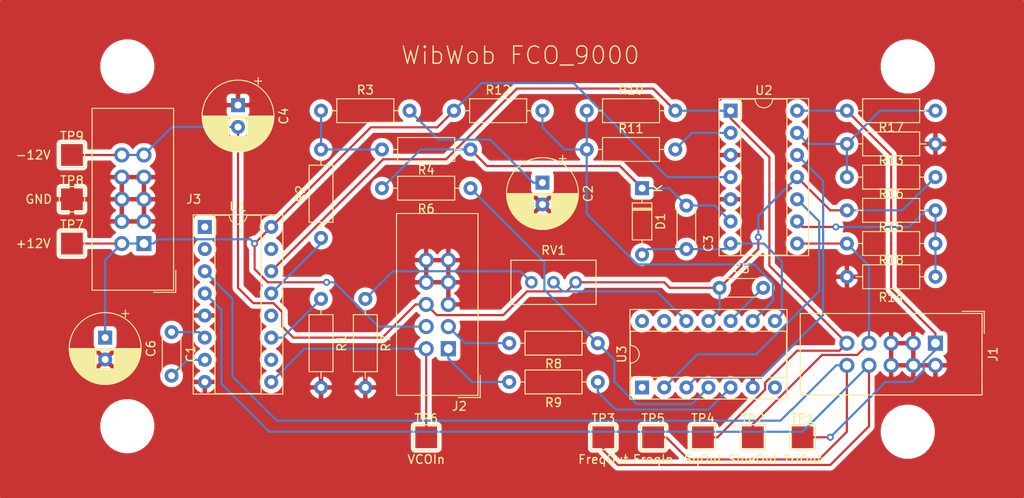
<source format=kicad_pcb>
(kicad_pcb (version 20171130) (host pcbnew 5.1.4-e60b266~84~ubuntu18.04.1)
  (layers (0 F.Cu signal) (31 B.Cu signal) (34 B.Paste user) (35 F.Paste user) (36 B.SilkS user) (37 F.SilkS user) (38 B.Mask user) (39 F.Mask user) (44 Edge.Cuts user))
  (net 0 "")
  (net 1 "Net-(C1-Pad2)")
  (net 2 "Net-(C1-Pad1)")
  (net 3 GND)
  (net 4 "Net-(C2-Pad1)")
  (net 5 "Net-(C3-Pad2)")
  (net 6 "Net-(C3-Pad1)")
  (net 7 -12V)
  (net 8 "Net-(C5-Pad2)")
  (net 9 "Net-(R1-Pad1)")
  (net 10 "Net-(R2-Pad2)")
  (net 11 "Net-(R2-Pad1)")
  (net 12 "Net-(R7-Pad1)")
  (net 13 "Net-(R9-Pad1)")
  (net 14 SqOut)
  (net 15 "Net-(R10-Pad1)")
  (net 16 "Net-(R11-Pad2)")
  (net 17 +12V)
  (net 18 "Net-(R13-Pad1)")
  (net 19 "Net-(R14-Pad1)")
  (net 20 TriOut)
  (net 21 SineOut)
  (net 22 "Net-(RV1-Pad2)")
  (net 23 "Net-(U1-Pad15)")
  (net 24 "Net-(U1-Pad12)")
  (net 25 FreqIn)
  (net 26 "Net-(U1-Pad10)")
  (net 27 "Net-(U1-Pad2)")
  (net 28 "Net-(U1-Pad1)")
  (net 29 "Net-(U2-Pad12)")
  (net 30 "Net-(U2-Pad10)")
  (net 31 FreqOut)
  (net 32 DutyR)
  (net 33 DutyS)
  (net 34 VCOIn)
  (net 35 "Net-(U3-Pad14)")
  (net 36 "Net-(U3-Pad7)")
  (net 37 "Net-(U3-Pad13)")
  (net 38 "Net-(U3-Pad1)")
  (net 39 "Net-(R6-Pad1)")
  (module TestPoint:TestPoint_Pad_2.5x2.5mm (layer F.Cu) (at 62.23 71.755)
    (fp_text reference TP9 (at 0 -2.148) (layer F.SilkS))
    (fp_text value TestPoint)
    (pad 1 smd rect (at 0 0) (size 2.5 2.5) (layers F.Cu F.Mask) (net 7 -12V))
  )
  (module TestPoint:TestPoint_Pad_2.5x2.5mm (layer F.Cu) (at 62.23 76.835)
    (fp_text reference TP8 (at 0 -2.148) (layer F.SilkS))
    (fp_text value TestPoint)
    (pad 1 smd rect (at 0 0) (size 2.5 2.5) (layers F.Cu F.Mask) (net 3 GND))
  )
  (module TestPoint:TestPoint_Pad_2.5x2.5mm (layer F.Cu) (at 62.23 81.915)
    (fp_text reference TP7 (at 0 -2.148) (layer F.SilkS))
    (fp_text value TestPoint)
    (pad 1 smd rect (at 0 0) (size 2.5 2.5) (layers F.Cu F.Mask) (net 17 +12V))
  )
  (module TestPoint:TestPoint_Pad_2.5x2.5mm (layer F.Cu) (at 102.87 104.14)
    (fp_text reference TP6 (at 0 -2.148) (layer F.SilkS))
    (fp_text value VCOIn)
    (pad 1 smd rect (at 0 0) (size 2.5 2.5) (layers F.Cu F.Mask) (net 34 VCOIn))
  )
  (module TestPoint:TestPoint_Pad_2.5x2.5mm (layer F.Cu) (at 128.905 104.14)
    (fp_text reference TP5 (at 0 -2.148) (layer F.SilkS))
    (fp_text value FreqIn)
    (pad 1 smd rect (at 0 0) (size 2.5 2.5) (layers F.Cu F.Mask) (net 25 FreqIn))
  )
  (module TestPoint:TestPoint_Pad_2.5x2.5mm (layer F.Cu) (at 134.62 104.14)
    (fp_text reference TP4 (at 0 -2.148) (layer F.SilkS))
    (fp_text value SqOut)
    (pad 1 smd rect (at 0 0) (size 2.5 2.5) (layers F.Cu F.Mask) (net 14 SqOut))
  )
  (module TestPoint:TestPoint_Pad_2.5x2.5mm (layer F.Cu) (at 123.19 104.14)
    (fp_text reference TP3 (at 0 -2.148) (layer F.SilkS))
    (fp_text value FreqOut)
    (pad 1 smd rect (at 0 0) (size 2.5 2.5) (layers F.Cu F.Mask) (net 31 FreqOut))
  )
  (module TestPoint:TestPoint_Pad_2.5x2.5mm (layer F.Cu) (at 140.335 104.14)
    (fp_text reference TP2 (at 0 -2.148) (layer F.SilkS))
    (fp_text value SineOut)
    (pad 1 smd rect (at 0 0) (size 2.5 2.5) (layers F.Cu F.Mask) (net 21 SineOut))
  )
  (module TestPoint:TestPoint_Pad_2.5x2.5mm (layer F.Cu) (at 146.05 104.14)
    (fp_text reference TP1 (at 0 -2.148) (layer F.SilkS))
    (fp_text value TriOut)
    (pad 1 smd rect (at 0 0) (size 2.5 2.5) (layers F.Cu F.Mask) (net 20 TriOut))
  )
  (module Capacitor_THT:CP_Radial_D8.0mm_P2.50mm (layer F.Cu) (at 66.04 92.71 270)
    (fp_text reference C6 (at 1.25 -5.25 90) (layer F.SilkS))
    (fp_text value 4.7uf)
    (pad 2 thru_hole circle (at 2.5 0 270) (size 1.6 1.6) (drill 0.8) (layers *.Cu *.Mask) (net 3 GND))
    (pad 1 thru_hole rect (at 0 0 270) (size 1.6 1.6) (drill 0.8) (layers *.Cu *.Mask) (net 17 +12V))
  )
  (module Connector_IDC:IDC-Header_2x05_P2.54mm_Vertical (layer F.Cu) (at 105.41 93.98 180)
    (fp_text reference J2 (at -1.27 -6.604) (layer F.SilkS))
    (fp_text value Conn_01x06_Male)
    (pad 10 thru_hole oval (at 2.54 10.16 180) (size 1.7272 1.7272) (drill 1.016) (layers *.Cu *.Mask) (net 3 GND))
    (pad 9 thru_hole oval (at 0 10.16 180) (size 1.7272 1.7272) (drill 1.016) (layers *.Cu *.Mask) (net 3 GND))
    (pad 8 thru_hole oval (at 2.54 7.62 180) (size 1.7272 1.7272) (drill 1.016) (layers *.Cu *.Mask) (net 3 GND))
    (pad 7 thru_hole oval (at 0 7.62 180) (size 1.7272 1.7272) (drill 1.016) (layers *.Cu *.Mask) (net 3 GND))
    (pad 6 thru_hole oval (at 2.54 5.08 180) (size 1.7272 1.7272) (drill 1.016) (layers *.Cu *.Mask) (net 7 -12V))
    (pad 5 thru_hole oval (at 0 5.08 180) (size 1.7272 1.7272) (drill 1.016) (layers *.Cu *.Mask) (net 3 GND))
    (pad 4 thru_hole oval (at 2.54 2.54 180) (size 1.7272 1.7272) (drill 1.016) (layers *.Cu *.Mask) (net 17 +12V))
    (pad 3 thru_hole oval (at 0 2.54 180) (size 1.7272 1.7272) (drill 1.016) (layers *.Cu *.Mask) (net 33 DutyS))
    (pad 2 thru_hole oval (at 2.54 0 180) (size 1.7272 1.7272) (drill 1.016) (layers *.Cu *.Mask) (net 34 VCOIn))
    (pad 1 thru_hole rect (at 0 0 180) (size 1.7272 1.7272) (drill 1.016) (layers *.Cu *.Mask) (net 32 DutyR))
  )
  (module Connector_IDC:IDC-Header_2x05_P2.54mm_Vertical (layer F.Cu) (at 161.29 93.345 270)
    (fp_text reference J1 (at 1.27 -6.604 90) (layer F.SilkS))
    (fp_text value Conn_01x06_Male)
    (pad 10 thru_hole oval (at 2.54 10.16 270) (size 1.7272 1.7272) (drill 1.016) (layers *.Cu *.Mask) (net 25 FreqIn))
    (pad 9 thru_hole oval (at 0 10.16 270) (size 1.7272 1.7272) (drill 1.016) (layers *.Cu *.Mask) (net 14 SqOut))
    (pad 8 thru_hole oval (at 2.54 7.62 270) (size 1.7272 1.7272) (drill 1.016) (layers *.Cu *.Mask) (net 31 FreqOut))
    (pad 7 thru_hole oval (at 0 7.62 270) (size 1.7272 1.7272) (drill 1.016) (layers *.Cu *.Mask) (net 21 SineOut))
    (pad 6 thru_hole oval (at 2.54 5.08 270) (size 1.7272 1.7272) (drill 1.016) (layers *.Cu *.Mask) (net 3 GND))
    (pad 5 thru_hole oval (at 0 5.08 270) (size 1.7272 1.7272) (drill 1.016) (layers *.Cu *.Mask) (net 3 GND))
    (pad 4 thru_hole oval (at 2.54 2.54 270) (size 1.7272 1.7272) (drill 1.016) (layers *.Cu *.Mask) (net 3 GND))
    (pad 3 thru_hole oval (at 0 2.54 270) (size 1.7272 1.7272) (drill 1.016) (layers *.Cu *.Mask) (net 3 GND))
    (pad 2 thru_hole oval (at 2.54 0 270) (size 1.7272 1.7272) (drill 1.016) (layers *.Cu *.Mask) (net 3 GND))
    (pad 1 thru_hole rect (at 0 0 270) (size 1.7272 1.7272) (drill 1.016) (layers *.Cu *.Mask) (net 20 TriOut))
  )
  (module MountingHole:MountingHole_2.2mm_M2 (layer F.Cu) (at 68.58 102.87)
    (fp_text reference REF** hide)
    (fp_text value MountingHole_2.2mm_M2)
    (pad 1 np_thru_hole circle (at 0 0) (size 2.2 2.2) (drill 2.2) (layers *.Cu *.Mask))
  )
  (module MountingHole:MountingHole_2.2mm_M2 (layer F.Cu) (at 158.115 103.505)
    (fp_text reference REF** hide)
    (fp_text value MountingHole_2.2mm_M2)
    (pad 1 np_thru_hole circle (at 0 0) (size 2.2 2.2) (drill 2.2) (layers *.Cu *.Mask))
  )
  (module MountingHole:MountingHole_2.2mm_M2 (layer F.Cu) (at 158.115 61.595)
    (fp_text reference REF** hide)
    (fp_text value MountingHole_2.2mm_M2)
    (pad 1 np_thru_hole circle (at 0 0) (size 2.2 2.2) (drill 2.2) (layers *.Cu *.Mask))
  )
  (module MountingHole:MountingHole_2.2mm_M2 (layer F.Cu) (at 68.58 61.595)
    (fp_text reference REF** hide)
    (fp_text value MountingHole_2.2mm_M2)
    (pad 1 np_thru_hole circle (at 0 0) (size 2.2 2.2) (drill 2.2) (layers *.Cu *.Mask))
  )
  (module Capacitor_THT:C_Disc_D4.3mm_W1.9mm_P5.00mm (layer F.Cu) (at 136.525 86.995)
    (fp_text reference C5 (at 2.5 -2.2) (layer F.SilkS))
    (fp_text value 4.7n)
    (pad 2 thru_hole circle (at 5 0) (size 1.6 1.6) (drill 0.8) (layers *.Cu *.Mask) (net 8 "Net-(C5-Pad2)"))
    (pad 1 thru_hole circle (at 0 0) (size 1.6 1.6) (drill 0.8) (layers *.Cu *.Mask) (net 7 -12V))
  )
  (module Connector_IDC:IDC-Header_2x05_P2.54mm_Vertical (layer F.Cu) (at 70.485 81.915 180)
    (fp_text reference J3 (at -5.715 5.08) (layer F.SilkS))
    (fp_text value EURO_PWR_2x5)
    (pad 10 thru_hole oval (at 2.54 10.16 180) (size 1.7272 1.7272) (drill 1.016) (layers *.Cu *.Mask) (net 7 -12V))
    (pad 9 thru_hole oval (at 0 10.16 180) (size 1.7272 1.7272) (drill 1.016) (layers *.Cu *.Mask) (net 7 -12V))
    (pad 8 thru_hole oval (at 2.54 7.62 180) (size 1.7272 1.7272) (drill 1.016) (layers *.Cu *.Mask) (net 3 GND))
    (pad 7 thru_hole oval (at 0 7.62 180) (size 1.7272 1.7272) (drill 1.016) (layers *.Cu *.Mask) (net 3 GND))
    (pad 6 thru_hole oval (at 2.54 5.08 180) (size 1.7272 1.7272) (drill 1.016) (layers *.Cu *.Mask) (net 3 GND))
    (pad 5 thru_hole oval (at 0 5.08 180) (size 1.7272 1.7272) (drill 1.016) (layers *.Cu *.Mask) (net 3 GND))
    (pad 4 thru_hole oval (at 2.54 2.54 180) (size 1.7272 1.7272) (drill 1.016) (layers *.Cu *.Mask) (net 3 GND))
    (pad 3 thru_hole oval (at 0 2.54 180) (size 1.7272 1.7272) (drill 1.016) (layers *.Cu *.Mask) (net 3 GND))
    (pad 2 thru_hole oval (at 2.54 0 180) (size 1.7272 1.7272) (drill 1.016) (layers *.Cu *.Mask) (net 17 +12V))
    (pad 1 thru_hole rect (at 0 0 180) (size 1.7272 1.7272) (drill 1.016) (layers *.Cu *.Mask) (net 17 +12V))
  )
  (module Package_DIP:DIP-14_W7.62mm_Socket (layer F.Cu) (at 127.635 98.425 90)
    (fp_text reference U3 (at 3.81 -2.33 90) (layer F.SilkS))
    (fp_text value ICL8038)
    (pad 14 thru_hole oval (at 7.62 0 90) (size 1.6 1.6) (drill 0.8) (layers *.Cu *.Mask) (net 35 "Net-(U3-Pad14)"))
    (pad 7 thru_hole oval (at 0 15.24 90) (size 1.6 1.6) (drill 0.8) (layers *.Cu *.Mask) (net 36 "Net-(U3-Pad7)"))
    (pad 13 thru_hole oval (at 7.62 2.54 90) (size 1.6 1.6) (drill 0.8) (layers *.Cu *.Mask) (net 37 "Net-(U3-Pad13)"))
    (pad 6 thru_hole oval (at 0 12.7 90) (size 1.6 1.6) (drill 0.8) (layers *.Cu *.Mask) (net 3 GND))
    (pad 12 thru_hole oval (at 7.62 5.08 90) (size 1.6 1.6) (drill 0.8) (layers *.Cu *.Mask) (net 22 "Net-(RV1-Pad2)"))
    (pad 5 thru_hole oval (at 0 10.16 90) (size 1.6 1.6) (drill 0.8) (layers *.Cu *.Mask) (net 13 "Net-(R9-Pad1)"))
    (pad 11 thru_hole oval (at 7.62 7.62 90) (size 1.6 1.6) (drill 0.8) (layers *.Cu *.Mask) (net 7 -12V))
    (pad 4 thru_hole oval (at 0 7.62 90) (size 1.6 1.6) (drill 0.8) (layers *.Cu *.Mask) (net 39 "Net-(R6-Pad1)"))
    (pad 10 thru_hole oval (at 7.62 10.16 90) (size 1.6 1.6) (drill 0.8) (layers *.Cu *.Mask) (net 8 "Net-(C5-Pad2)"))
    (pad 3 thru_hole oval (at 0 5.08 90) (size 1.6 1.6) (drill 0.8) (layers *.Cu *.Mask) (net 29 "Net-(U2-Pad12)"))
    (pad 9 thru_hole oval (at 7.62 12.7 90) (size 1.6 1.6) (drill 0.8) (layers *.Cu *.Mask) (net 15 "Net-(R10-Pad1)"))
    (pad 2 thru_hole oval (at 0 2.54 90) (size 1.6 1.6) (drill 0.8) (layers *.Cu *.Mask) (net 30 "Net-(U2-Pad10)"))
    (pad 8 thru_hole oval (at 7.62 15.24 90) (size 1.6 1.6) (drill 0.8) (layers *.Cu *.Mask) (net 6 "Net-(C3-Pad1)"))
    (pad 1 thru_hole rect (at 0 0 90) (size 1.6 1.6) (drill 0.8) (layers *.Cu *.Mask) (net 38 "Net-(U3-Pad1)"))
  )
  (module Package_DIP:DIP-16_W7.62mm_Socket (layer F.Cu) (at 77.47 80.01)
    (fp_text reference U1 (at 3.81 -2.33) (layer F.SilkS))
    (fp_text value 4046)
    (pad 16 thru_hole oval (at 7.62 0) (size 1.6 1.6) (drill 0.8) (layers *.Cu *.Mask) (net 17 +12V))
    (pad 8 thru_hole oval (at 0 17.78) (size 1.6 1.6) (drill 0.8) (layers *.Cu *.Mask) (net 3 GND))
    (pad 15 thru_hole oval (at 7.62 2.54) (size 1.6 1.6) (drill 0.8) (layers *.Cu *.Mask) (net 23 "Net-(U1-Pad15)"))
    (pad 7 thru_hole oval (at 0 15.24) (size 1.6 1.6) (drill 0.8) (layers *.Cu *.Mask) (net 1 "Net-(C1-Pad2)"))
    (pad 14 thru_hole oval (at 7.62 5.08) (size 1.6 1.6) (drill 0.8) (layers *.Cu *.Mask) (net 14 SqOut))
    (pad 6 thru_hole oval (at 0 12.7) (size 1.6 1.6) (drill 0.8) (layers *.Cu *.Mask) (net 2 "Net-(C1-Pad1)"))
    (pad 13 thru_hole oval (at 7.62 7.62) (size 1.6 1.6) (drill 0.8) (layers *.Cu *.Mask) (net 11 "Net-(R2-Pad1)"))
    (pad 5 thru_hole oval (at 0 10.16) (size 1.6 1.6) (drill 0.8) (layers *.Cu *.Mask) (net 3 GND))
    (pad 12 thru_hole oval (at 7.62 10.16) (size 1.6 1.6) (drill 0.8) (layers *.Cu *.Mask) (net 24 "Net-(U1-Pad12)"))
    (pad 4 thru_hole oval (at 0 7.62) (size 1.6 1.6) (drill 0.8) (layers *.Cu *.Mask) (net 31 FreqOut))
    (pad 11 thru_hole oval (at 7.62 12.7) (size 1.6 1.6) (drill 0.8) (layers *.Cu *.Mask) (net 9 "Net-(R1-Pad1)"))
    (pad 3 thru_hole oval (at 0 5.08) (size 1.6 1.6) (drill 0.8) (layers *.Cu *.Mask) (net 25 FreqIn))
    (pad 10 thru_hole oval (at 7.62 15.24) (size 1.6 1.6) (drill 0.8) (layers *.Cu *.Mask) (net 26 "Net-(U1-Pad10)"))
    (pad 2 thru_hole oval (at 0 2.54) (size 1.6 1.6) (drill 0.8) (layers *.Cu *.Mask) (net 27 "Net-(U1-Pad2)"))
    (pad 9 thru_hole oval (at 7.62 17.78) (size 1.6 1.6) (drill 0.8) (layers *.Cu *.Mask) (net 34 VCOIn))
    (pad 1 thru_hole rect (at 0 0) (size 1.6 1.6) (drill 0.8) (layers *.Cu *.Mask) (net 28 "Net-(U1-Pad1)"))
  )
  (module Package_DIP:DIP-14_W7.62mm_Socket (layer F.Cu) (at 137.795 66.675)
    (fp_text reference U2 (at 3.81 -2.33) (layer F.SilkS))
    (fp_text value TL074)
    (pad 14 thru_hole oval (at 7.62 0) (size 1.6 1.6) (drill 0.8) (layers *.Cu *.Mask) (net 20 TriOut))
    (pad 7 thru_hole oval (at 0 15.24) (size 1.6 1.6) (drill 0.8) (layers *.Cu *.Mask) (net 6 "Net-(C3-Pad1)"))
    (pad 13 thru_hole oval (at 7.62 2.54) (size 1.6 1.6) (drill 0.8) (layers *.Cu *.Mask) (net 18 "Net-(R13-Pad1)"))
    (pad 6 thru_hole oval (at 0 12.7) (size 1.6 1.6) (drill 0.8) (layers *.Cu *.Mask) (net 5 "Net-(C3-Pad2)"))
    (pad 12 thru_hole oval (at 7.62 5.08) (size 1.6 1.6) (drill 0.8) (layers *.Cu *.Mask) (net 29 "Net-(U2-Pad12)"))
    (pad 5 thru_hole oval (at 0 10.16) (size 1.6 1.6) (drill 0.8) (layers *.Cu *.Mask) (net 3 GND))
    (pad 11 thru_hole oval (at 7.62 7.62) (size 1.6 1.6) (drill 0.8) (layers *.Cu *.Mask) (net 7 -12V))
    (pad 4 thru_hole oval (at 0 7.62) (size 1.6 1.6) (drill 0.8) (layers *.Cu *.Mask) (net 17 +12V))
    (pad 10 thru_hole oval (at 7.62 10.16) (size 1.6 1.6) (drill 0.8) (layers *.Cu *.Mask) (net 30 "Net-(U2-Pad10)"))
    (pad 3 thru_hole oval (at 0 5.08) (size 1.6 1.6) (drill 0.8) (layers *.Cu *.Mask) (net 3 GND))
    (pad 9 thru_hole oval (at 7.62 12.7) (size 1.6 1.6) (drill 0.8) (layers *.Cu *.Mask) (net 19 "Net-(R14-Pad1)"))
    (pad 2 thru_hole oval (at 0 2.54) (size 1.6 1.6) (drill 0.8) (layers *.Cu *.Mask) (net 16 "Net-(R11-Pad2)"))
    (pad 8 thru_hole oval (at 7.62 15.24) (size 1.6 1.6) (drill 0.8) (layers *.Cu *.Mask) (net 21 SineOut))
    (pad 1 thru_hole rect (at 0 0) (size 1.6 1.6) (drill 0.8) (layers *.Cu *.Mask) (net 14 SqOut))
  )
  (module Potentiometer_THT:Potentiometer_Bourns_3296W_Vertical (layer F.Cu) (at 120.015 86.36)
    (fp_text reference RV1 (at -2.54 -3.66) (layer F.SilkS))
    (fp_text value R_POT)
    (pad 3 thru_hole circle (at -5.08 0) (size 1.44 1.44) (drill 0.8) (layers *.Cu *.Mask) (net 12 "Net-(R7-Pad1)"))
    (pad 2 thru_hole circle (at -2.54 0) (size 1.44 1.44) (drill 0.8) (layers *.Cu *.Mask) (net 22 "Net-(RV1-Pad2)"))
    (pad 1 thru_hole circle (at 0 0) (size 1.44 1.44) (drill 0.8) (layers *.Cu *.Mask) (net 7 -12V))
  )
  (module Resistor_THT:R_Axial_DIN0207_L6.3mm_D2.5mm_P10.16mm_Horizontal (layer F.Cu) (at 151.13 81.915)
    (fp_text reference R18 (at 5.08 1.905) (layer F.SilkS))
    (fp_text value 10k)
    (pad 2 thru_hole oval (at 10.16 0) (size 1.6 1.6) (drill 0.8) (layers *.Cu *.Mask) (net 19 "Net-(R14-Pad1)"))
    (pad 1 thru_hole circle (at 0 0) (size 1.6 1.6) (drill 0.8) (layers *.Cu *.Mask) (net 21 SineOut))
  )
  (module Resistor_THT:R_Axial_DIN0207_L6.3mm_D2.5mm_P10.16mm_Horizontal (layer F.Cu) (at 151.13 66.675)
    (fp_text reference R17 (at 5.08 1.905) (layer F.SilkS))
    (fp_text value 30k)
    (pad 2 thru_hole oval (at 10.16 0) (size 1.6 1.6) (drill 0.8) (layers *.Cu *.Mask) (net 18 "Net-(R13-Pad1)"))
    (pad 1 thru_hole circle (at 0 0) (size 1.6 1.6) (drill 0.8) (layers *.Cu *.Mask) (net 20 TriOut))
  )
  (module Resistor_THT:R_Axial_DIN0207_L6.3mm_D2.5mm_P10.16mm_Horizontal (layer F.Cu) (at 151.13 78.105)
    (fp_text reference R16 (at 5.08 -1.905) (layer F.SilkS))
    (fp_text value 5.6k)
    (pad 2 thru_hole oval (at 10.16 0) (size 1.6 1.6) (drill 0.8) (layers *.Cu *.Mask) (net 19 "Net-(R14-Pad1)"))
    (pad 1 thru_hole circle (at 0 0) (size 1.6 1.6) (drill 0.8) (layers *.Cu *.Mask) (net 7 -12V))
  )
  (module Resistor_THT:R_Axial_DIN0207_L6.3mm_D2.5mm_P10.16mm_Horizontal (layer F.Cu) (at 161.29 74.295 180)
    (fp_text reference R15 (at 5.08 -5.715) (layer F.SilkS))
    (fp_text value 24k)
    (pad 2 thru_hole oval (at 10.16 0 180) (size 1.6 1.6) (drill 0.8) (layers *.Cu *.Mask) (net 18 "Net-(R13-Pad1)"))
    (pad 1 thru_hole circle (at 0 0 180) (size 1.6 1.6) (drill 0.8) (layers *.Cu *.Mask) (net 7 -12V))
  )
  (module Resistor_THT:R_Axial_DIN0207_L6.3mm_D2.5mm_P10.16mm_Horizontal (layer F.Cu) (at 161.29 85.725 180)
    (fp_text reference R14 (at 5.08 -2.37) (layer F.SilkS))
    (fp_text value 12k)
    (pad 2 thru_hole oval (at 10.16 0 180) (size 1.6 1.6) (drill 0.8) (layers *.Cu *.Mask) (net 3 GND))
    (pad 1 thru_hole circle (at 0 0 180) (size 1.6 1.6) (drill 0.8) (layers *.Cu *.Mask) (net 19 "Net-(R14-Pad1)"))
  )
  (module Resistor_THT:R_Axial_DIN0207_L6.3mm_D2.5mm_P10.16mm_Horizontal (layer F.Cu) (at 151.13 70.485)
    (fp_text reference R13 (at 5.08 1.905) (layer F.SilkS))
    (fp_text value 120k)
    (pad 2 thru_hole oval (at 10.16 0) (size 1.6 1.6) (drill 0.8) (layers *.Cu *.Mask) (net 3 GND))
    (pad 1 thru_hole circle (at 0 0) (size 1.6 1.6) (drill 0.8) (layers *.Cu *.Mask) (net 18 "Net-(R13-Pad1)"))
  )
  (module Resistor_THT:R_Axial_DIN0207_L6.3mm_D2.5mm_P10.16mm_Horizontal (layer F.Cu) (at 106.045 66.675)
    (fp_text reference R12 (at 5.08 -2.37) (layer F.SilkS))
    (fp_text value 24K)
    (pad 2 thru_hole oval (at 10.16 0) (size 1.6 1.6) (drill 0.8) (layers *.Cu *.Mask) (net 15 "Net-(R10-Pad1)"))
    (pad 1 thru_hole circle (at 0 0) (size 1.6 1.6) (drill 0.8) (layers *.Cu *.Mask) (net 17 +12V))
  )
  (module Resistor_THT:R_Axial_DIN0207_L6.3mm_D2.5mm_P10.16mm_Horizontal (layer F.Cu) (at 121.285 71.12)
    (fp_text reference R11 (at 5.08 -2.37) (layer F.SilkS))
    (fp_text value 12K)
    (pad 2 thru_hole oval (at 10.16 0) (size 1.6 1.6) (drill 0.8) (layers *.Cu *.Mask) (net 16 "Net-(R11-Pad2)"))
    (pad 1 thru_hole circle (at 0 0) (size 1.6 1.6) (drill 0.8) (layers *.Cu *.Mask) (net 15 "Net-(R10-Pad1)"))
  )
  (module Resistor_THT:R_Axial_DIN0207_L6.3mm_D2.5mm_P10.16mm_Horizontal (layer F.Cu) (at 121.285 66.675)
    (fp_text reference R10 (at 5.08 -2.37) (layer F.SilkS))
    (fp_text value 10K)
    (pad 2 thru_hole oval (at 10.16 0) (size 1.6 1.6) (drill 0.8) (layers *.Cu *.Mask) (net 14 SqOut))
    (pad 1 thru_hole circle (at 0 0) (size 1.6 1.6) (drill 0.8) (layers *.Cu *.Mask) (net 15 "Net-(R10-Pad1)"))
  )
  (module Resistor_THT:R_Axial_DIN0207_L6.3mm_D2.5mm_P10.16mm_Horizontal (layer F.Cu) (at 122.555 97.79 180)
    (fp_text reference R9 (at 5.08 -2.37) (layer F.SilkS))
    (fp_text value 1.5K)
    (pad 2 thru_hole oval (at 10.16 0 180) (size 1.6 1.6) (drill 0.8) (layers *.Cu *.Mask) (net 32 DutyR))
    (pad 1 thru_hole circle (at 0 0 180) (size 1.6 1.6) (drill 0.8) (layers *.Cu *.Mask) (net 13 "Net-(R9-Pad1)"))
  )
  (module Resistor_THT:R_Axial_DIN0207_L6.3mm_D2.5mm_P10.16mm_Horizontal (layer F.Cu) (at 122.555 93.345 180)
    (fp_text reference R8 (at 5.08 -2.37) (layer F.SilkS))
    (fp_text value 1.5K)
    (pad 2 thru_hole oval (at 10.16 0 180) (size 1.6 1.6) (drill 0.8) (layers *.Cu *.Mask) (net 33 DutyS))
    (pad 1 thru_hole circle (at 0 0 180) (size 1.6 1.6) (drill 0.8) (layers *.Cu *.Mask) (net 39 "Net-(R6-Pad1)"))
  )
  (module Resistor_THT:R_Axial_DIN0207_L6.3mm_D2.5mm_P10.16mm_Horizontal (layer F.Cu) (at 95.885 88.265 270)
    (fp_text reference R7 (at 5.08 -2.37 90) (layer F.SilkS))
    (fp_text value 10k)
    (pad 2 thru_hole oval (at 10.16 0 270) (size 1.6 1.6) (drill 0.8) (layers *.Cu *.Mask) (net 3 GND))
    (pad 1 thru_hole circle (at 0 0 270) (size 1.6 1.6) (drill 0.8) (layers *.Cu *.Mask) (net 12 "Net-(R7-Pad1)"))
  )
  (module Resistor_THT:R_Axial_DIN0207_L6.3mm_D2.5mm_P10.16mm_Horizontal (layer F.Cu) (at 107.95 75.565 180)
    (fp_text reference R6 (at 5.08 -2.37) (layer F.SilkS))
    (fp_text value R10k)
    (pad 2 thru_hole oval (at 10.16 0 180) (size 1.6 1.6) (drill 0.8) (layers *.Cu *.Mask) (net 5 "Net-(C3-Pad2)"))
    (pad 1 thru_hole circle (at 0 0 180) (size 1.6 1.6) (drill 0.8) (layers *.Cu *.Mask) (net 39 "Net-(R6-Pad1)"))
  )
  (module Resistor_THT:R_Axial_DIN0207_L6.3mm_D2.5mm_P10.16mm_Horizontal (layer F.Cu) (at 107.95 71.12 180)
    (fp_text reference R4 (at 5.08 -2.37) (layer F.SilkS))
    (fp_text value R100k)
    (pad 2 thru_hole oval (at 10.16 0 180) (size 1.6 1.6) (drill 0.8) (layers *.Cu *.Mask) (net 10 "Net-(R2-Pad2)"))
    (pad 1 thru_hole circle (at 0 0 180) (size 1.6 1.6) (drill 0.8) (layers *.Cu *.Mask) (net 5 "Net-(C3-Pad2)"))
  )
  (module Resistor_THT:R_Axial_DIN0207_L6.3mm_D2.5mm_P10.16mm_Horizontal (layer F.Cu) (at 90.805 66.675)
    (fp_text reference R3 (at 5.08 -2.37) (layer F.SilkS))
    (fp_text value 10k)
    (pad 1 thru_hole circle (at 0 0) (size 1.6 1.6) (drill 0.8) (layers *.Cu *.Mask) (net 10 "Net-(R2-Pad2)"))
    (pad 2 thru_hole oval (at 10.16 0) (size 1.6 1.6) (drill 0.8) (layers *.Cu *.Mask) (net 4 "Net-(C2-Pad1)"))
  )
  (module Resistor_THT:R_Axial_DIN0207_L6.3mm_D2.5mm_P10.16mm_Horizontal (layer F.Cu) (at 90.805 81.28 90)
    (fp_text reference R2 (at 5.08 -2.37 90) (layer F.SilkS))
    (fp_text value 10k)
    (pad 2 thru_hole oval (at 10.16 0 90) (size 1.6 1.6) (drill 0.8) (layers *.Cu *.Mask) (net 10 "Net-(R2-Pad2)"))
    (pad 1 thru_hole circle (at 0 0 90) (size 1.6 1.6) (drill 0.8) (layers *.Cu *.Mask) (net 11 "Net-(R2-Pad1)"))
  )
  (module Resistor_THT:R_Axial_DIN0207_L6.3mm_D2.5mm_P10.16mm_Horizontal (layer F.Cu) (at 90.805 88.265 270)
    (fp_text reference R1 (at 5.08 -2.37 90) (layer F.SilkS))
    (fp_text value R4k7)
    (pad 2 thru_hole oval (at 10.16 0 270) (size 1.6 1.6) (drill 0.8) (layers *.Cu *.Mask) (net 3 GND))
    (pad 1 thru_hole circle (at 0 0 270) (size 1.6 1.6) (drill 0.8) (layers *.Cu *.Mask) (net 9 "Net-(R1-Pad1)"))
  )
  (module Diode_THT:D_DO-35_SOD27_P7.62mm_Horizontal (layer F.Cu) (at 127.635 75.565 270)
    (fp_text reference D1 (at 3.81 -2.12 90) (layer F.SilkS))
    (fp_text value 1N4148)
    (fp_text user K (at 0 -1.8 90) (layer F.SilkS))
    (pad 2 thru_hole oval (at 7.62 0 270) (size 1.6 1.6) (drill 0.8) (layers *.Cu *.Mask) (net 6 "Net-(C3-Pad1)"))
    (pad 1 thru_hole rect (at 0 0 270) (size 1.6 1.6) (drill 0.8) (layers *.Cu *.Mask) (net 5 "Net-(C3-Pad2)"))
  )
  (module Capacitor_THT:CP_Radial_D8.0mm_P2.50mm (layer F.Cu) (at 81.28 66.04 270)
    (fp_text reference C4 (at 1.25 -5.25 90) (layer F.SilkS))
    (fp_text value 4.7uf)
    (pad 2 thru_hole circle (at 2.5 0 270) (size 1.6 1.6) (drill 0.8) (layers *.Cu *.Mask) (net 7 -12V))
    (pad 1 thru_hole rect (at 0 0 270) (size 1.6 1.6) (drill 0.8) (layers *.Cu *.Mask) (net 3 GND))
  )
  (module Capacitor_THT:C_Disc_D4.3mm_W1.9mm_P5.00mm (layer F.Cu) (at 132.715 82.55 90)
    (fp_text reference C3 (at 0.635 2.54 90) (layer F.SilkS))
    (fp_text value 102)
    (pad 2 thru_hole circle (at 5 0 90) (size 1.6 1.6) (drill 0.8) (layers *.Cu *.Mask) (net 5 "Net-(C3-Pad2)"))
    (pad 1 thru_hole circle (at 0 0 90) (size 1.6 1.6) (drill 0.8) (layers *.Cu *.Mask) (net 6 "Net-(C3-Pad1)"))
  )
  (module Capacitor_THT:CP_Radial_D8.0mm_P2.50mm (layer F.Cu) (at 116.205 74.93 270)
    (fp_text reference C2 (at 1.25 -5.25 90) (layer F.SilkS))
    (fp_text value 22uf)
    (pad 2 thru_hole circle (at 2.5 0 270) (size 1.6 1.6) (drill 0.8) (layers *.Cu *.Mask) (net 3 GND))
    (pad 1 thru_hole rect (at 0 0 270) (size 1.6 1.6) (drill 0.8) (layers *.Cu *.Mask) (net 4 "Net-(C2-Pad1)"))
  )
  (module Capacitor_THT:C_Disc_D4.3mm_W1.9mm_P5.00mm (layer F.Cu) (at 73.66 92.075 270)
    (fp_text reference C1 (at 2.5 -2.2 90) (layer F.SilkS))
    (fp_text value 102)
    (pad 2 thru_hole circle (at 5 0 270) (size 1.6 1.6) (drill 0.8) (layers *.Cu *.Mask) (net 1 "Net-(C1-Pad2)"))
    (pad 1 thru_hole circle (at 0 0 270) (size 1.6 1.6) (drill 0.8) (layers *.Cu *.Mask) (net 2 "Net-(C1-Pad1)"))
  )
  (gr_text TriOut (at 146.05 106.68) (layer F.SilkS) (effects (font (size 1 1))))
  (gr_text SineOut (at 140.335 106.68) (layer F.SilkS) (effects (font (size 1 1))))
  (gr_text SqOut (at 134.62 106.68) (layer F.SilkS) (effects (font (size 1 1))))
  (gr_text FreqIn (at 128.905 106.68) (layer F.SilkS) (effects (font (size 1 1))))
  (gr_text FreqOut (at 123.19 106.68) (layer F.SilkS) (effects (font (size 1 1))))
  (gr_text VCOIn (at 102.87 106.68) (layer F.SilkS) (effects (font (size 1 1))))
  (gr_text -12V (at 57.785 71.755) (layer F.SilkS) (effects (font (size 1 1))))
  (gr_text GND (at 58.42 76.835) (layer F.SilkS) (effects (font (size 1 1))))
  (gr_text +12V (at 57.785 81.915) (layer F.SilkS) (effects (font (size 1 1))))
  (gr_text "WibWob FCO_9000" (at 113.665 60.325) (layer F.SilkS) (effects (font (size 2 2))))
  (segment (start 76.915 95.805) (end 77.47 95.25) (width 0.25) (layer B.Cu) (net 1))
  (segment (start 75.485 95.25) (end 77.47 95.25) (width 0.25) (layer B.Cu) (net 1))
  (segment (start 73.66 97.075) (end 75.485 95.25) (width 0.25) (layer B.Cu) (net 1))
  (segment (start 76.835 92.075) (end 77.47 92.71) (width 0.25) (layer B.Cu) (net 2))
  (segment (start 73.66 92.075) (end 76.835 92.075) (width 0.25) (layer B.Cu) (net 2))
  (segment (start 115.155 74.93) (end 116.205 74.93) (width 0.25) (layer B.Cu) (net 4))
  (segment (start 110.219999 69.994999) (end 115.155 74.93) (width 0.25) (layer B.Cu) (net 4))
  (segment (start 104.284999 69.994999) (end 110.219999 69.994999) (width 0.25) (layer B.Cu) (net 4))
  (segment (start 100.965 66.675) (end 104.284999 69.994999) (width 0.25) (layer B.Cu) (net 4))
  (segment (start 102.235 71.12) (end 107.95 71.12) (width 0.25) (layer B.Cu) (net 5))
  (segment (start 97.79 75.565) (end 102.235 71.12) (width 0.25) (layer B.Cu) (net 5))
  (segment (start 130.73 75.565) (end 132.715 77.55) (width 0.25) (layer B.Cu) (net 5))
  (segment (start 127.635 75.565) (end 130.73 75.565) (width 0.25) (layer B.Cu) (net 5))
  (segment (start 135.97 77.55) (end 137.795 79.375) (width 0.25) (layer B.Cu) (net 5))
  (segment (start 132.715 77.55) (end 135.97 77.55) (width 0.25) (layer B.Cu) (net 5))
  (segment (start 125.095 73.025) (end 127.635 75.565) (width 0.25) (layer F.Cu) (net 5))
  (segment (start 107.95 71.12) (end 109.855 73.025) (width 0.25) (layer F.Cu) (net 5))
  (segment (start 109.855 73.025) (end 125.095 73.025) (width 0.25) (layer F.Cu) (net 5))
  (segment (start 132.715 82.55) (end 137.16 82.55) (width 0.25) (layer B.Cu) (net 6))
  (segment (start 132.715 82.55) (end 128.27 82.55) (width 0.25) (layer B.Cu) (net 6))
  (segment (start 128.27 82.55) (end 127.635 83.185) (width 0.25) (layer B.Cu) (net 6))
  (segment (start 137.16 82.55) (end 137.795 81.915) (width 0.25) (layer B.Cu) (net 6))
  (segment (start 143.674999 90.005001) (end 142.875 90.805) (width 0.25) (layer B.Cu) (net 6))
  (segment (start 137.795 81.915) (end 141.605 81.915) (width 0.25) (layer B.Cu) (net 6))
  (segment (start 143.674999 83.984999) (end 143.674999 90.005001) (width 0.25) (layer B.Cu) (net 6))
  (segment (start 141.605 81.915) (end 143.674999 83.984999) (width 0.25) (layer B.Cu) (net 6))
  (segment (start 136.525 89.535) (end 135.255 90.805) (width 0.25) (layer B.Cu) (net 7))
  (segment (start 136.525 86.995) (end 136.525 89.535) (width 0.25) (layer B.Cu) (net 7))
  (segment (start 157.48 78.105) (end 151.13 78.105) (width 0.25) (layer B.Cu) (net 7))
  (segment (start 161.29 74.295) (end 157.48 78.105) (width 0.25) (layer B.Cu) (net 7))
  (segment (start 149.225 78.105) (end 151.13 78.105) (width 0.25) (layer F.Cu) (net 7))
  (segment (start 145.415 74.295) (end 149.225 78.105) (width 0.25) (layer F.Cu) (net 7))
  (segment (start 67.945 71.755) (end 62.23 71.755) (width 0.25) (layer F.Cu) (net 7))
  (segment (start 73.7 68.54) (end 70.485 71.755) (width 0.25) (layer B.Cu) (net 7))
  (segment (start 81.28 68.54) (end 73.7 68.54) (width 0.25) (layer B.Cu) (net 7))
  (segment (start 70.485 71.755) (end 67.945 71.755) (width 0.25) (layer B.Cu) (net 7))
  (segment (start 81.28 77.43) (end 81.28 68.54) (width 0.25) (layer F.Cu) (net 7))
  (segment (start 81.28 86.995) (end 81.28 77.43) (width 0.25) (layer F.Cu) (net 7))
  (segment (start 83.040001 88.755001) (end 81.28 86.995) (width 0.25) (layer F.Cu) (net 7))
  (segment (start 85.340003 88.755001) (end 83.040001 88.755001) (width 0.25) (layer F.Cu) (net 7))
  (segment (start 86.36 89.774998) (end 85.340003 88.755001) (width 0.25) (layer F.Cu) (net 7))
  (segment (start 118.969999 87.405001) (end 114.433399 87.405001) (width 0.25) (layer F.Cu) (net 7))
  (segment (start 120.015 86.36) (end 118.969999 87.405001) (width 0.25) (layer F.Cu) (net 7))
  (segment (start 87.63 92.71) (end 86.36 91.44) (width 0.25) (layer F.Cu) (net 7))
  (segment (start 86.36 91.44) (end 86.36 89.774998) (width 0.25) (layer F.Cu) (net 7))
  (segment (start 114.433399 87.405001) (end 111.7142 90.1242) (width 0.25) (layer F.Cu) (net 7))
  (segment (start 140.97 81.28) (end 140.97 81.28) (width 0.25) (layer B.Cu) (net 7))
  (segment (start 104.0942 90.1242) (end 102.87 88.9) (width 0.25) (layer F.Cu) (net 7))
  (segment (start 111.7142 90.1242) (end 104.0942 90.1242) (width 0.25) (layer F.Cu) (net 7))
  (segment (start 101.648686 88.9) (end 97.838686 92.71) (width 0.25) (layer F.Cu) (net 7))
  (segment (start 97.838686 92.71) (end 97.155 92.71) (width 0.25) (layer F.Cu) (net 7))
  (segment (start 102.87 88.9) (end 101.648686 88.9) (width 0.25) (layer F.Cu) (net 7))
  (segment (start 97.155 92.71) (end 87.63 92.71) (width 0.25) (layer F.Cu) (net 7))
  (segment (start 140.97 78.74) (end 140.97 80.624305) (width 0.25) (layer B.Cu) (net 7))
  (via (at 140.97 81.18999) (size 0.8) (drill 0.4) (layers F.Cu B.Cu) (net 7))
  (segment (start 140.97 80.624305) (end 140.97 81.18999) (width 0.25) (layer B.Cu) (net 7))
  (segment (start 140.97 82.55) (end 140.97 81.755675) (width 0.25) (layer F.Cu) (net 7))
  (segment (start 145.415 74.295) (end 140.97 78.74) (width 0.25) (layer B.Cu) (net 7))
  (segment (start 140.97 81.755675) (end 140.97 81.18999) (width 0.25) (layer F.Cu) (net 7))
  (segment (start 136.525 86.995) (end 140.97 82.55) (width 0.25) (layer F.Cu) (net 7))
  (segment (start 130.81 86.995) (end 130.175 86.36) (width 0.25) (layer F.Cu) (net 7))
  (segment (start 136.525 86.995) (end 130.81 86.995) (width 0.25) (layer F.Cu) (net 7))
  (segment (start 130.175 86.36) (end 120.015 86.36) (width 0.25) (layer F.Cu) (net 7))
  (segment (start 137.795 90.725) (end 137.795 90.805) (width 0.25) (layer B.Cu) (net 8))
  (segment (start 141.525 86.995) (end 137.795 90.725) (width 0.25) (layer B.Cu) (net 8))
  (segment (start 86.36 92.71) (end 90.805 88.265) (width 0.25) (layer B.Cu) (net 9))
  (segment (start 85.09 92.71) (end 86.36 92.71) (width 0.25) (layer B.Cu) (net 9))
  (segment (start 90.805 71.12) (end 97.79 71.12) (width 0.25) (layer B.Cu) (net 10))
  (segment (start 90.805 66.675) (end 90.805 71.12) (width 0.25) (layer B.Cu) (net 10))
  (segment (start 90.805 81.915) (end 90.805 81.28) (width 0.25) (layer B.Cu) (net 11))
  (segment (start 85.09 87.63) (end 90.805 81.915) (width 0.25) (layer B.Cu) (net 11))
  (segment (start 99.06 85.09) (end 95.885 88.265) (width 0.25) (layer B.Cu) (net 12))
  (segment (start 114.935 86.36) (end 113.665 85.09) (width 0.25) (layer B.Cu) (net 12))
  (segment (start 113.665 85.09) (end 99.06 85.09) (width 0.25) (layer B.Cu) (net 12))
  (segment (start 135.255 100.965) (end 136.995001 99.224999) (width 0.25) (layer B.Cu) (net 13))
  (segment (start 124.59863 100.965) (end 135.255 100.965) (width 0.25) (layer B.Cu) (net 13))
  (segment (start 122.555 97.79) (end 122.555 98.92137) (width 0.25) (layer B.Cu) (net 13))
  (segment (start 136.995001 99.224999) (end 137.795 98.425) (width 0.25) (layer B.Cu) (net 13))
  (segment (start 122.555 98.92137) (end 124.59863 100.965) (width 0.25) (layer B.Cu) (net 13))
  (segment (start 131.445 66.675) (end 137.795 66.675) (width 0.25) (layer B.Cu) (net 14))
  (segment (start 137.795 67.549998) (end 137.795 66.675) (width 0.25) (layer F.Cu) (net 14))
  (segment (start 142.24 71.994998) (end 137.795 67.549998) (width 0.25) (layer F.Cu) (net 14))
  (segment (start 151.13 93.345) (end 142.24 84.455) (width 0.25) (layer F.Cu) (net 14))
  (segment (start 142.24 84.455) (end 142.24 71.994998) (width 0.25) (layer F.Cu) (net 14))
  (segment (start 136.285002 104.14) (end 136.12 104.14) (width 0.25) (layer F.Cu) (net 14))
  (segment (start 136.12 104.14) (end 134.62 104.14) (width 0.25) (layer F.Cu) (net 14))
  (segment (start 141.749999 98.675003) (end 136.285002 104.14) (width 0.25) (layer F.Cu) (net 14))
  (segment (start 141.749999 97.884999) (end 141.749999 98.675003) (width 0.25) (layer F.Cu) (net 14))
  (segment (start 145.426399 94.208599) (end 141.749999 97.884999) (width 0.25) (layer F.Cu) (net 14))
  (segment (start 150.266401 94.208599) (end 145.426399 94.208599) (width 0.25) (layer F.Cu) (net 14))
  (segment (start 151.13 93.345) (end 150.266401 94.208599) (width 0.25) (layer F.Cu) (net 14))
  (segment (start 130.645001 65.875001) (end 131.445 66.675) (width 0.25) (layer F.Cu) (net 14))
  (segment (start 128.905 64.135) (end 130.645001 65.875001) (width 0.25) (layer F.Cu) (net 14))
  (segment (start 113.269998 64.135) (end 128.905 64.135) (width 0.25) (layer F.Cu) (net 14))
  (segment (start 105.159997 72.245001) (end 113.269998 64.135) (width 0.25) (layer F.Cu) (net 14))
  (segment (start 85.09 85.09) (end 97.934999 72.245001) (width 0.25) (layer F.Cu) (net 14))
  (segment (start 97.934999 72.245001) (end 105.159997 72.245001) (width 0.25) (layer F.Cu) (net 14))
  (segment (start 141.134999 90.005001) (end 140.335 90.805) (width 0.25) (layer B.Cu) (net 15))
  (segment (start 142.650001 86.454999) (end 142.650001 88.489999) (width 0.25) (layer B.Cu) (net 15))
  (segment (start 121.285 78.500002) (end 127.094999 84.310001) (width 0.25) (layer B.Cu) (net 15))
  (segment (start 142.650001 88.489999) (end 141.134999 90.005001) (width 0.25) (layer B.Cu) (net 15))
  (segment (start 127.094999 84.310001) (end 140.505003 84.310001) (width 0.25) (layer B.Cu) (net 15))
  (segment (start 121.285 71.12) (end 121.285 78.500002) (width 0.25) (layer B.Cu) (net 15))
  (segment (start 140.505003 84.310001) (end 142.650001 86.454999) (width 0.25) (layer B.Cu) (net 15))
  (segment (start 118.745 71.12) (end 121.285 71.12) (width 0.25) (layer B.Cu) (net 15))
  (segment (start 116.205 66.675) (end 116.205 68.58) (width 0.25) (layer B.Cu) (net 15))
  (segment (start 116.205 68.58) (end 118.745 71.12) (width 0.25) (layer B.Cu) (net 15))
  (segment (start 121.285 71.12) (end 121.285 66.675) (width 0.25) (layer B.Cu) (net 15))
  (segment (start 133.35 69.215) (end 131.445 71.12) (width 0.25) (layer B.Cu) (net 16))
  (segment (start 137.795 69.215) (end 133.35 69.215) (width 0.25) (layer B.Cu) (net 16))
  (segment (start 84.290001 80.809999) (end 85.09 80.01) (width 0.25) (layer F.Cu) (net 17))
  (segment (start 83.185 81.915) (end 84.290001 80.809999) (width 0.25) (layer F.Cu) (net 17))
  (segment (start 85.889999 79.210001) (end 85.09 80.01) (width 0.25) (layer F.Cu) (net 17))
  (segment (start 96.52 68.58) (end 85.889999 79.210001) (width 0.25) (layer F.Cu) (net 17))
  (segment (start 106.045 66.675) (end 104.14 68.58) (width 0.25) (layer F.Cu) (net 17))
  (segment (start 104.14 68.58) (end 96.52 68.58) (width 0.25) (layer F.Cu) (net 17))
  (segment (start 83.185 81.915) (end 83.185 81.915) (width 0.25) (layer B.Cu) (net 17))
  (via (at 83.185 81.915) (size 0.8) (drill 0.4) (layers F.Cu B.Cu) (net 17))
  (segment (start 83.185 81.915) (end 82.694999 81.424999) (width 0.25) (layer B.Cu) (net 17))
  (segment (start 67.945 81.915) (end 62.23 81.915) (width 0.25) (layer F.Cu) (net 17))
  (segment (start 66.04 83.82) (end 66.04 92.71) (width 0.25) (layer B.Cu) (net 17))
  (segment (start 67.945 81.915) (end 66.04 83.82) (width 0.25) (layer B.Cu) (net 17))
  (via (at 91.44002 86.36) (size 0.8) (drill 0.4) (layers F.Cu B.Cu) (net 17))
  (segment (start 83.185 81.915) (end 83.185 84.850002) (width 0.25) (layer F.Cu) (net 17))
  (segment (start 83.185 84.850002) (end 84.694998 86.36) (width 0.25) (layer F.Cu) (net 17))
  (segment (start 90.874335 86.36) (end 91.44002 86.36) (width 0.25) (layer F.Cu) (net 17))
  (segment (start 84.694998 86.36) (end 90.874335 86.36) (width 0.25) (layer F.Cu) (net 17))
  (segment (start 102.87 91.44) (end 97.394998 91.44) (width 0.25) (layer B.Cu) (net 17))
  (segment (start 92.314998 86.36) (end 91.44002 86.36) (width 0.25) (layer B.Cu) (net 17))
  (segment (start 97.394998 91.44) (end 92.314998 86.36) (width 0.25) (layer B.Cu) (net 17))
  (segment (start 72.088601 81.424999) (end 71.5986 81.915) (width 0.25) (layer B.Cu) (net 17))
  (segment (start 71.5986 81.915) (end 70.485 81.915) (width 0.25) (layer B.Cu) (net 17))
  (segment (start 82.694999 81.424999) (end 72.088601 81.424999) (width 0.25) (layer B.Cu) (net 17))
  (segment (start 67.945 81.915) (end 70.485 81.915) (width 0.25) (layer B.Cu) (net 17))
  (segment (start 119.775002 63.5) (end 109.22 63.5) (width 0.25) (layer B.Cu) (net 17))
  (segment (start 137.795 74.295) (end 130.570002 74.295) (width 0.25) (layer B.Cu) (net 17))
  (segment (start 106.844999 65.875001) (end 106.045 66.675) (width 0.25) (layer B.Cu) (net 17))
  (segment (start 109.22 63.5) (end 106.844999 65.875001) (width 0.25) (layer B.Cu) (net 17))
  (segment (start 130.570002 74.295) (end 119.775002 63.5) (width 0.25) (layer B.Cu) (net 17))
  (segment (start 146.685 70.485) (end 145.415 69.215) (width 0.25) (layer B.Cu) (net 18))
  (segment (start 151.13 70.485) (end 146.685 70.485) (width 0.25) (layer B.Cu) (net 18))
  (segment (start 154.94 66.675) (end 161.29 66.675) (width 0.25) (layer B.Cu) (net 18))
  (segment (start 151.13 70.485) (end 154.94 66.675) (width 0.25) (layer B.Cu) (net 18))
  (segment (start 151.13 71.61637) (end 151.13 74.295) (width 0.25) (layer B.Cu) (net 18))
  (segment (start 151.13 70.485) (end 151.13 71.61637) (width 0.25) (layer B.Cu) (net 18))
  (segment (start 161.29 78.105) (end 161.29 81.915) (width 0.25) (layer B.Cu) (net 19))
  (segment (start 161.29 81.915) (end 161.29 85.725) (width 0.25) (layer B.Cu) (net 19))
  (segment (start 160.15863 78.105) (end 158.25363 80.01) (width 0.25) (layer B.Cu) (net 19))
  (segment (start 161.29 78.105) (end 160.15863 78.105) (width 0.25) (layer B.Cu) (net 19))
  (segment (start 158.25363 80.01) (end 149.86 80.01) (width 0.25) (layer B.Cu) (net 19))
  (segment (start 149.86 80.01) (end 149.86 80.01) (width 0.25) (layer B.Cu) (net 19))
  (via (at 149.86 80.01) (size 0.8) (drill 0.4) (layers F.Cu B.Cu) (net 19))
  (segment (start 146.05 80.01) (end 145.415 79.375) (width 0.25) (layer F.Cu) (net 19))
  (segment (start 149.86 80.01) (end 146.05 80.01) (width 0.25) (layer F.Cu) (net 19))
  (segment (start 145.415 66.675) (end 151.13 66.675) (width 0.25) (layer B.Cu) (net 20))
  (segment (start 161.29 92.2314) (end 161.29 93.345) (width 0.25) (layer F.Cu) (net 20))
  (segment (start 156.21 87.1514) (end 161.29 92.2314) (width 0.25) (layer F.Cu) (net 20))
  (segment (start 151.13 66.675) (end 156.21 71.755) (width 0.25) (layer F.Cu) (net 20))
  (segment (start 156.21 71.755) (end 156.21 87.1514) (width 0.25) (layer F.Cu) (net 20))
  (segment (start 149.225 104.14) (end 149.225 104.14) (width 0.25) (layer B.Cu) (net 20))
  (via (at 149.225 104.14) (size 0.8) (drill 0.4) (layers F.Cu B.Cu) (net 20))
  (segment (start 149.225 104.14) (end 146.05 104.14) (width 0.25) (layer F.Cu) (net 20))
  (segment (start 155.575 97.79) (end 149.225 104.14) (width 0.25) (layer B.Cu) (net 20))
  (segment (start 158.60413 97.79) (end 155.575 97.79) (width 0.25) (layer B.Cu) (net 20))
  (segment (start 159.938601 96.455529) (end 158.60413 97.79) (width 0.25) (layer B.Cu) (net 20))
  (segment (start 159.938601 95.477269) (end 159.938601 96.455529) (width 0.25) (layer B.Cu) (net 20))
  (segment (start 161.29 93.345) (end 161.29 94.12587) (width 0.25) (layer B.Cu) (net 20))
  (segment (start 161.29 94.12587) (end 159.938601 95.477269) (width 0.25) (layer B.Cu) (net 20))
  (segment (start 145.415 81.915) (end 151.13 81.915) (width 0.25) (layer F.Cu) (net 21))
  (segment (start 153.67 84.455) (end 153.67 93.345) (width 0.25) (layer B.Cu) (net 21))
  (segment (start 151.13 81.915) (end 153.67 84.455) (width 0.25) (layer B.Cu) (net 21))
  (segment (start 152.806401 94.208599) (end 153.67 93.345) (width 0.25) (layer F.Cu) (net 21))
  (segment (start 148.278601 94.696399) (end 152.318601 94.696399) (width 0.25) (layer F.Cu) (net 21))
  (segment (start 140.335 102.64) (end 148.278601 94.696399) (width 0.25) (layer F.Cu) (net 21))
  (segment (start 152.318601 94.696399) (end 152.806401 94.208599) (width 0.25) (layer F.Cu) (net 21))
  (segment (start 140.335 104.14) (end 140.335 102.64) (width 0.25) (layer F.Cu) (net 21))
  (segment (start 117.475 86.36) (end 118.520001 87.405001) (width 0.25) (layer B.Cu) (net 22))
  (segment (start 129.315001 87.405001) (end 132.715 90.805) (width 0.25) (layer B.Cu) (net 22))
  (segment (start 118.520001 87.405001) (end 129.315001 87.405001) (width 0.25) (layer B.Cu) (net 22))
  (segment (start 78.269999 85.889999) (end 77.47 85.09) (width 0.25) (layer B.Cu) (net 25))
  (segment (start 80.645 88.265) (end 78.269999 85.889999) (width 0.25) (layer B.Cu) (net 25))
  (segment (start 80.645 97.155) (end 80.645 88.265) (width 0.25) (layer B.Cu) (net 25))
  (segment (start 149.908686 95.885) (end 144.828686 100.965) (width 0.25) (layer B.Cu) (net 25))
  (segment (start 144.828686 100.965) (end 144.78 100.965) (width 0.25) (layer B.Cu) (net 25))
  (segment (start 151.13 95.885) (end 149.908686 95.885) (width 0.25) (layer B.Cu) (net 25))
  (segment (start 144.78 100.965) (end 143.51 102.235) (width 0.25) (layer B.Cu) (net 25))
  (segment (start 85.725 102.235) (end 80.645 97.155) (width 0.25) (layer B.Cu) (net 25))
  (segment (start 143.51 102.235) (end 85.725 102.235) (width 0.25) (layer B.Cu) (net 25))
  (segment (start 151.13 97.106314) (end 151.13 95.885) (width 0.25) (layer F.Cu) (net 25))
  (segment (start 151.13 103.505) (end 151.13 97.106314) (width 0.25) (layer F.Cu) (net 25))
  (segment (start 147.955 106.68) (end 151.13 103.505) (width 0.25) (layer F.Cu) (net 25))
  (segment (start 132.945 106.68) (end 147.955 106.68) (width 0.25) (layer F.Cu) (net 25))
  (segment (start 128.905 104.14) (end 130.405 104.14) (width 0.25) (layer F.Cu) (net 25))
  (segment (start 130.405 104.14) (end 132.945 106.68) (width 0.25) (layer F.Cu) (net 25))
  (segment (start 148.40501 74.74501) (end 145.415 71.755) (width 0.25) (layer B.Cu) (net 29))
  (segment (start 148.40501 90.116402) (end 148.40501 74.74501) (width 0.25) (layer B.Cu) (net 29))
  (segment (start 132.715 98.425) (end 133.840001 97.299999) (width 0.25) (layer B.Cu) (net 29))
  (segment (start 141.221413 97.299999) (end 148.40501 90.116402) (width 0.25) (layer B.Cu) (net 29))
  (segment (start 133.840001 97.299999) (end 141.221413 97.299999) (width 0.25) (layer B.Cu) (net 29))
  (segment (start 130.974999 97.625001) (end 130.175 98.425) (width 0.25) (layer B.Cu) (net 30))
  (segment (start 140.730002 94.615) (end 133.985 94.615) (width 0.25) (layer B.Cu) (net 30))
  (segment (start 133.985 94.615) (end 130.974999 97.625001) (width 0.25) (layer B.Cu) (net 30))
  (segment (start 147.955 87.390002) (end 140.730002 94.615) (width 0.25) (layer B.Cu) (net 30))
  (segment (start 145.415 76.835) (end 147.955 79.375) (width 0.25) (layer B.Cu) (net 30))
  (segment (start 147.955 79.375) (end 147.955 87.390002) (width 0.25) (layer B.Cu) (net 30))
  (segment (start 78.269999 88.429999) (end 77.47 87.63) (width 0.25) (layer B.Cu) (net 31))
  (segment (start 79.375 89.535) (end 78.269999 88.429999) (width 0.25) (layer B.Cu) (net 31))
  (segment (start 79.375 98.029998) (end 79.375 89.535) (width 0.25) (layer B.Cu) (net 31))
  (segment (start 84.850002 103.505) (end 79.375 98.029998) (width 0.25) (layer B.Cu) (net 31))
  (segment (start 153.67 95.885) (end 146.05 103.505) (width 0.25) (layer B.Cu) (net 31))
  (segment (start 146.05 103.505) (end 84.850002 103.505) (width 0.25) (layer B.Cu) (net 31))
  (segment (start 153.67 97.106314) (end 153.67 95.885) (width 0.25) (layer F.Cu) (net 31))
  (segment (start 153.67 102.87) (end 153.67 97.106314) (width 0.25) (layer F.Cu) (net 31))
  (segment (start 149.225 107.315) (end 153.67 102.87) (width 0.25) (layer F.Cu) (net 31))
  (segment (start 124.865 107.315) (end 149.225 107.315) (width 0.25) (layer F.Cu) (net 31))
  (segment (start 123.19 104.14) (end 123.19 105.64) (width 0.25) (layer F.Cu) (net 31))
  (segment (start 123.19 105.64) (end 124.865 107.315) (width 0.25) (layer F.Cu) (net 31))
  (segment (start 111.26363 97.79) (end 112.395 97.79) (width 0.25) (layer B.Cu) (net 32))
  (segment (start 105.41 95.0936) (end 108.1064 97.79) (width 0.25) (layer B.Cu) (net 32))
  (segment (start 108.1064 97.79) (end 111.26363 97.79) (width 0.25) (layer B.Cu) (net 32))
  (segment (start 105.41 93.98) (end 105.41 95.0936) (width 0.25) (layer B.Cu) (net 32))
  (segment (start 107.315 93.345) (end 112.395 93.345) (width 0.25) (layer B.Cu) (net 33))
  (segment (start 105.41 91.44) (end 107.315 93.345) (width 0.25) (layer B.Cu) (net 33))
  (segment (start 88.9 93.98) (end 102.87 93.98) (width 0.25) (layer B.Cu) (net 34))
  (segment (start 85.09 97.79) (end 88.9 93.98) (width 0.25) (layer B.Cu) (net 34))
  (segment (start 102.87 93.98) (end 102.87 104.14) (width 0.25) (layer F.Cu) (net 34))
  (segment (start 121.755001 92.545001) (end 122.555 93.345) (width 0.25) (layer B.Cu) (net 39))
  (segment (start 116.429999 87.219999) (end 121.755001 92.545001) (width 0.25) (layer B.Cu) (net 39))
  (segment (start 116.429999 84.044999) (end 116.429999 87.219999) (width 0.25) (layer B.Cu) (net 39))
  (segment (start 107.95 75.565) (end 116.429999 84.044999) (width 0.25) (layer B.Cu) (net 39))
  (segment (start 134.455001 99.224999) (end 135.255 98.425) (width 0.25) (layer B.Cu) (net 39))
  (segment (start 133.35 100.33) (end 134.455001 99.224999) (width 0.25) (layer B.Cu) (net 39))
  (segment (start 127 100.33) (end 133.35 100.33) (width 0.25) (layer B.Cu) (net 39))
  (segment (start 124.46 97.79) (end 127 100.33) (width 0.25) (layer B.Cu) (net 39))
  (segment (start 122.555 93.345) (end 124.46 95.25) (width 0.25) (layer B.Cu) (net 39))
  (segment (start 124.46 95.25) (end 124.46 97.79) (width 0.25) (layer B.Cu) (net 39))
  (zone (net 3) (net_name GND) (layer F.Cu) (connect_pads (clearance 0.508)) (min_thickness 0.254) (fill yes (arc_segments 32) (thermal_gap 0.508) (thermal_bridge_width 0.508))
    (polygon (pts (xy 171.45 53.975) (xy 53.975 53.975) (xy 53.975 111.125) (xy 171.45 111.125)))
  )
)
</source>
